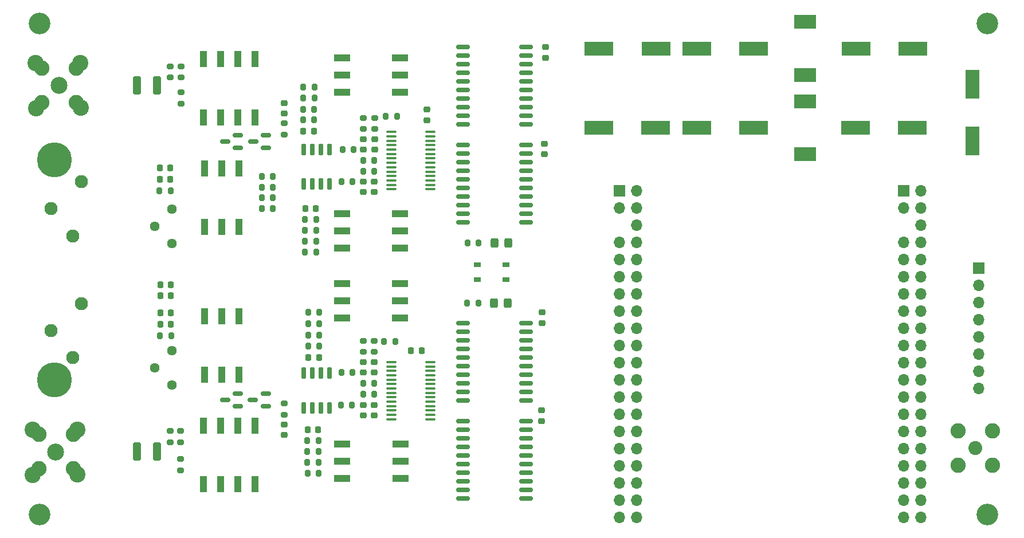
<source format=gts>
G04 #@! TF.GenerationSoftware,KiCad,Pcbnew,8.0.7*
G04 #@! TF.CreationDate,2025-03-14T10:19:42+01:00*
G04 #@! TF.ProjectId,MISRC_v2.5,4d495352-435f-4763-922e-352e6b696361,3.0*
G04 #@! TF.SameCoordinates,Original*
G04 #@! TF.FileFunction,Soldermask,Top*
G04 #@! TF.FilePolarity,Negative*
%FSLAX46Y46*%
G04 Gerber Fmt 4.6, Leading zero omitted, Abs format (unit mm)*
G04 Created by KiCad (PCBNEW 8.0.7) date 2025-03-14 10:19:42*
%MOMM*%
%LPD*%
G01*
G04 APERTURE LIST*
G04 Aperture macros list*
%AMRoundRect*
0 Rectangle with rounded corners*
0 $1 Rounding radius*
0 $2 $3 $4 $5 $6 $7 $8 $9 X,Y pos of 4 corners*
0 Add a 4 corners polygon primitive as box body*
4,1,4,$2,$3,$4,$5,$6,$7,$8,$9,$2,$3,0*
0 Add four circle primitives for the rounded corners*
1,1,$1+$1,$2,$3*
1,1,$1+$1,$4,$5*
1,1,$1+$1,$6,$7*
1,1,$1+$1,$8,$9*
0 Add four rect primitives between the rounded corners*
20,1,$1+$1,$2,$3,$4,$5,0*
20,1,$1+$1,$4,$5,$6,$7,0*
20,1,$1+$1,$6,$7,$8,$9,0*
20,1,$1+$1,$8,$9,$2,$3,0*%
G04 Aperture macros list end*
%ADD10R,4.300000X2.150000*%
%ADD11RoundRect,0.225000X-0.250000X0.225000X-0.250000X-0.225000X0.250000X-0.225000X0.250000X0.225000X0*%
%ADD12RoundRect,0.200000X-0.200000X-0.275000X0.200000X-0.275000X0.200000X0.275000X-0.200000X0.275000X0*%
%ADD13R,2.440000X1.120000*%
%ADD14C,2.050000*%
%ADD15C,2.250000*%
%ADD16C,3.200000*%
%ADD17RoundRect,0.200000X-0.275000X0.200000X-0.275000X-0.200000X0.275000X-0.200000X0.275000X0.200000X0*%
%ADD18RoundRect,0.150000X0.587500X0.150000X-0.587500X0.150000X-0.587500X-0.150000X0.587500X-0.150000X0*%
%ADD19RoundRect,0.250000X-0.325000X-0.450000X0.325000X-0.450000X0.325000X0.450000X-0.325000X0.450000X0*%
%ADD20RoundRect,0.250000X-0.325000X-1.100000X0.325000X-1.100000X0.325000X1.100000X-0.325000X1.100000X0*%
%ADD21RoundRect,0.200000X0.275000X-0.200000X0.275000X0.200000X-0.275000X0.200000X-0.275000X-0.200000X0*%
%ADD22RoundRect,0.200000X0.200000X0.275000X-0.200000X0.275000X-0.200000X-0.275000X0.200000X-0.275000X0*%
%ADD23RoundRect,0.100000X-0.637500X-0.100000X0.637500X-0.100000X0.637500X0.100000X-0.637500X0.100000X0*%
%ADD24RoundRect,0.225000X-0.225000X-0.250000X0.225000X-0.250000X0.225000X0.250000X-0.225000X0.250000X0*%
%ADD25RoundRect,0.150000X-0.875000X-0.150000X0.875000X-0.150000X0.875000X0.150000X-0.875000X0.150000X0*%
%ADD26C,1.440000*%
%ADD27R,2.150000X4.300000*%
%ADD28R,3.200000X2.000000*%
%ADD29RoundRect,0.225000X0.225000X0.250000X-0.225000X0.250000X-0.225000X-0.250000X0.225000X-0.250000X0*%
%ADD30R,1.120000X2.440000*%
%ADD31R,1.050000X0.650000*%
%ADD32RoundRect,0.225000X0.250000X-0.225000X0.250000X0.225000X-0.250000X0.225000X-0.250000X-0.225000X0*%
%ADD33C,1.950000*%
%ADD34C,5.175000*%
%ADD35C,2.500000*%
%ADD36C,2.400000*%
%ADD37R,1.700000X1.700000*%
%ADD38O,1.700000X1.700000*%
%ADD39RoundRect,0.150000X0.150000X-0.725000X0.150000X0.725000X-0.150000X0.725000X-0.150000X-0.725000X0*%
G04 APERTURE END LIST*
D10*
G04 #@! TO.C,C19*
X182550000Y-78600000D03*
X190950000Y-78600000D03*
G04 #@! TD*
D11*
G04 #@! TO.C,C119*
X111425000Y-119550000D03*
X111425000Y-121100000D03*
G04 #@! TD*
D12*
G04 #@! TO.C,R120*
X106475000Y-119575000D03*
X108125000Y-119575000D03*
G04 #@! TD*
D11*
G04 #@! TO.C,C108*
X109825000Y-113175000D03*
X109825000Y-114725000D03*
G04 #@! TD*
D12*
G04 #@! TO.C,R211*
X100900000Y-75825000D03*
X102550000Y-75825000D03*
G04 #@! TD*
D13*
G04 #@! TO.C,SW103*
X115250000Y-106700000D03*
X115250000Y-104160000D03*
X115250000Y-101620000D03*
X106640000Y-101620000D03*
X106640000Y-104160000D03*
X106640000Y-106700000D03*
G04 #@! TD*
D12*
G04 #@! TO.C,R213*
X100941000Y-72550000D03*
X102591000Y-72550000D03*
G04 #@! TD*
D14*
G04 #@! TO.C,J101/2*
X64395000Y-126425000D03*
D15*
X61855000Y-123885000D03*
X61855000Y-128965000D03*
X66935000Y-123885000D03*
X66935000Y-128965000D03*
G04 #@! TD*
D16*
G04 #@! TO.C,H3*
X202000000Y-135700000D03*
G04 #@! TD*
D17*
G04 #@! TO.C,R101*
X81250000Y-123375000D03*
X81250000Y-125025000D03*
G04 #@! TD*
D18*
G04 #@! TO.C,Q202*
X91250000Y-81575000D03*
X91250000Y-79675000D03*
X89375000Y-80625000D03*
G04 #@! TD*
D19*
G04 #@! TO.C,D2*
X129175000Y-95625000D03*
X131225000Y-95625000D03*
G04 #@! TD*
D12*
G04 #@! TO.C,R116*
X101575000Y-129600000D03*
X103225000Y-129600000D03*
G04 #@! TD*
D20*
G04 #@! TO.C,C101*
X76400000Y-126425000D03*
X79350000Y-126425000D03*
G04 #@! TD*
D17*
G04 #@! TO.C,R209*
X98125000Y-77925000D03*
X98125000Y-79575000D03*
G04 #@! TD*
D21*
G04 #@! TO.C,R203*
X82850000Y-74975000D03*
X82850000Y-73325000D03*
G04 #@! TD*
D22*
G04 #@! TO.C,R208*
X96450000Y-88925000D03*
X94800000Y-88925000D03*
G04 #@! TD*
G04 #@! TO.C,R206*
X96450000Y-87375000D03*
X94800000Y-87375000D03*
G04 #@! TD*
D23*
G04 #@! TO.C,U102*
X114000000Y-113200000D03*
X114000000Y-113850000D03*
X114000000Y-114500000D03*
X114000000Y-115150000D03*
X114000000Y-115800000D03*
X114000000Y-116450000D03*
X114000000Y-117100000D03*
X114000000Y-117750000D03*
X114000000Y-118400000D03*
X114000000Y-119050000D03*
X114000000Y-119700000D03*
X114000000Y-120350000D03*
X114000000Y-121000000D03*
X114000000Y-121650000D03*
X119725000Y-121650000D03*
X119725000Y-121000000D03*
X119725000Y-120350000D03*
X119725000Y-119700000D03*
X119725000Y-119050000D03*
X119725000Y-118400000D03*
X119725000Y-117750000D03*
X119725000Y-117100000D03*
X119725000Y-116450000D03*
X119725000Y-115800000D03*
X119725000Y-115150000D03*
X119725000Y-114500000D03*
X119725000Y-113850000D03*
X119725000Y-113200000D03*
G04 #@! TD*
D12*
G04 #@! TO.C,R210*
X94800000Y-90500000D03*
X96450000Y-90500000D03*
G04 #@! TD*
D24*
G04 #@! TO.C,C106*
X101700000Y-112525000D03*
X103250000Y-112525000D03*
G04 #@! TD*
D25*
G04 #@! TO.C,U5*
X124525000Y-66657000D03*
X124525000Y-67927000D03*
X124525000Y-69197000D03*
X124525000Y-70467000D03*
X124525000Y-71737000D03*
X124525000Y-73007000D03*
X124525000Y-74277000D03*
X124525000Y-75547000D03*
X124525000Y-76817000D03*
X124525000Y-78087000D03*
X133825000Y-78087000D03*
X133825000Y-76817000D03*
X133825000Y-75547000D03*
X133825000Y-74277000D03*
X133825000Y-73007000D03*
X133825000Y-71737000D03*
X133825000Y-70467000D03*
X133825000Y-69197000D03*
X133825000Y-67927000D03*
X133825000Y-66657000D03*
G04 #@! TD*
D24*
G04 #@! TO.C,C206*
X100950000Y-79050000D03*
X102500000Y-79050000D03*
G04 #@! TD*
D12*
G04 #@! TO.C,R215*
X101175000Y-92150000D03*
X102825000Y-92150000D03*
G04 #@! TD*
D25*
G04 #@! TO.C,U4*
X124525000Y-81135000D03*
X124525000Y-82405000D03*
X124525000Y-83675000D03*
X124525000Y-84945000D03*
X124525000Y-86215000D03*
X124525000Y-87485000D03*
X124525000Y-88755000D03*
X124525000Y-90025000D03*
X124525000Y-91295000D03*
X124525000Y-92565000D03*
X133825000Y-92565000D03*
X133825000Y-91295000D03*
X133825000Y-90025000D03*
X133825000Y-88755000D03*
X133825000Y-87485000D03*
X133825000Y-86215000D03*
X133825000Y-84945000D03*
X133825000Y-83675000D03*
X133825000Y-82405000D03*
X133825000Y-81135000D03*
G04 #@! TD*
D26*
G04 #@! TO.C,RV201*
X81540000Y-95715000D03*
X79000000Y-93175000D03*
X81540000Y-90635000D03*
G04 #@! TD*
D27*
G04 #@! TO.C,C17*
X199800000Y-72100000D03*
X199800000Y-80500000D03*
G04 #@! TD*
D12*
G04 #@! TO.C,R122*
X109775000Y-117900000D03*
X111425000Y-117900000D03*
G04 #@! TD*
D28*
G04 #@! TO.C,L1*
X175050000Y-74700000D03*
X175050000Y-82500000D03*
G04 #@! TD*
D13*
G04 #@! TO.C,SW104*
X115271166Y-130351166D03*
X115271166Y-127811166D03*
X115271166Y-125271166D03*
X106661166Y-125271166D03*
X106661166Y-127811166D03*
X106661166Y-130351166D03*
G04 #@! TD*
D10*
G04 #@! TO.C,C11*
X182600000Y-66850000D03*
X191000000Y-66850000D03*
G04 #@! TD*
D29*
G04 #@! TO.C,C31*
X118425000Y-111525000D03*
X116875000Y-111525000D03*
G04 #@! TD*
D18*
G04 #@! TO.C,Q102*
X91250000Y-119725000D03*
X91250000Y-117825000D03*
X89375000Y-118775000D03*
G04 #@! TD*
D22*
G04 #@! TO.C,R2*
X126800000Y-104475000D03*
X125150000Y-104475000D03*
G04 #@! TD*
D14*
G04 #@! TO.C,J201/2*
X64860000Y-72290000D03*
D15*
X62320000Y-69750000D03*
X62320000Y-74830000D03*
X67400000Y-69750000D03*
X67400000Y-74830000D03*
G04 #@! TD*
D11*
G04 #@! TO.C,C208*
X109850000Y-80275000D03*
X109850000Y-81825000D03*
G04 #@! TD*
D25*
G04 #@! TO.C,U2*
X124525000Y-121908000D03*
X124525000Y-123178000D03*
X124525000Y-124448000D03*
X124525000Y-125718000D03*
X124525000Y-126988000D03*
X124525000Y-128258000D03*
X124525000Y-129528000D03*
X124525000Y-130798000D03*
X124525000Y-132068000D03*
X124525000Y-133338000D03*
X133825000Y-133338000D03*
X133825000Y-132068000D03*
X133825000Y-130798000D03*
X133825000Y-129528000D03*
X133825000Y-128258000D03*
X133825000Y-126988000D03*
X133825000Y-125718000D03*
X133825000Y-124448000D03*
X133825000Y-123178000D03*
X133825000Y-121908000D03*
G04 #@! TD*
D12*
G04 #@! TO.C,R125*
X112900000Y-110125000D03*
X114550000Y-110125000D03*
G04 #@! TD*
G04 #@! TO.C,R216*
X101175000Y-96950000D03*
X102825000Y-96950000D03*
G04 #@! TD*
D30*
G04 #@! TO.C,SW201*
X86165000Y-77030000D03*
X88705000Y-77030000D03*
X91245000Y-77030000D03*
X93785000Y-77030000D03*
X93785000Y-68420000D03*
X91245000Y-68420000D03*
X88705000Y-68420000D03*
X86165000Y-68420000D03*
G04 #@! TD*
D16*
G04 #@! TO.C,H2*
X62000000Y-135700000D03*
G04 #@! TD*
D19*
G04 #@! TO.C,D1*
X129132000Y-104475000D03*
X131182000Y-104475000D03*
G04 #@! TD*
D28*
G04 #@! TO.C,L2*
X175050000Y-70750000D03*
X175050000Y-62950000D03*
G04 #@! TD*
D17*
G04 #@! TO.C,R102*
X82800000Y-123375000D03*
X82800000Y-125025000D03*
G04 #@! TD*
G04 #@! TO.C,R307*
X109850000Y-77100000D03*
X109850000Y-78750000D03*
G04 #@! TD*
D20*
G04 #@! TO.C,C201*
X76400000Y-72275000D03*
X79350000Y-72275000D03*
G04 #@! TD*
D17*
G04 #@! TO.C,R309*
X111475000Y-77100000D03*
X111475000Y-78750000D03*
G04 #@! TD*
D12*
G04 #@! TO.C,R115*
X101550000Y-124775000D03*
X103200000Y-124775000D03*
G04 #@! TD*
G04 #@! TO.C,R111*
X101650000Y-109200000D03*
X103300000Y-109200000D03*
G04 #@! TD*
D24*
G04 #@! TO.C,C29*
X79825000Y-101800000D03*
X81375000Y-101800000D03*
G04 #@! TD*
D12*
G04 #@! TO.C,R220*
X106575000Y-86550000D03*
X108225000Y-86550000D03*
G04 #@! TD*
D14*
G04 #@! TO.C,J4*
X200200000Y-125900000D03*
D15*
X197660000Y-123360000D03*
X197660000Y-128440000D03*
X202740000Y-123360000D03*
X202740000Y-128440000D03*
G04 #@! TD*
D11*
G04 #@! TO.C,C109*
X109825000Y-119550000D03*
X109825000Y-121100000D03*
G04 #@! TD*
G04 #@! TO.C,C209*
X109850000Y-86525000D03*
X109850000Y-88075000D03*
G04 #@! TD*
D12*
G04 #@! TO.C,R212*
X100925000Y-74175000D03*
X102575000Y-74175000D03*
G04 #@! TD*
G04 #@! TO.C,R113*
X101650000Y-105850000D03*
X103300000Y-105850000D03*
G04 #@! TD*
D22*
G04 #@! TO.C,R207*
X96450000Y-85800000D03*
X94800000Y-85800000D03*
G04 #@! TD*
D12*
G04 #@! TO.C,R222*
X109800000Y-84975000D03*
X111450000Y-84975000D03*
G04 #@! TD*
D10*
G04 #@! TO.C,C10*
X153000000Y-78600000D03*
X144600000Y-78600000D03*
G04 #@! TD*
D25*
G04 #@! TO.C,U3*
X124525000Y-107430000D03*
X124525000Y-108700000D03*
X124525000Y-109970000D03*
X124525000Y-111240000D03*
X124525000Y-112510000D03*
X124525000Y-113780000D03*
X124525000Y-115050000D03*
X124525000Y-116320000D03*
X124525000Y-117590000D03*
X124525000Y-118860000D03*
X133825000Y-118860000D03*
X133825000Y-117590000D03*
X133825000Y-116320000D03*
X133825000Y-115050000D03*
X133825000Y-113780000D03*
X133825000Y-112510000D03*
X133825000Y-111240000D03*
X133825000Y-109970000D03*
X133825000Y-108700000D03*
X133825000Y-107430000D03*
G04 #@! TD*
D12*
G04 #@! TO.C,R225*
X113150000Y-76900000D03*
X114800000Y-76900000D03*
G04 #@! TD*
D13*
G04 #@! TO.C,SW203*
X115250000Y-73330000D03*
X115250000Y-70790000D03*
X115250000Y-68250000D03*
X106640000Y-68250000D03*
X106640000Y-70790000D03*
X106640000Y-73330000D03*
G04 #@! TD*
D29*
G04 #@! TO.C,C128*
X81360000Y-105950000D03*
X79810000Y-105950000D03*
G04 #@! TD*
D24*
G04 #@! TO.C,C107*
X101604000Y-123150000D03*
X103154000Y-123150000D03*
G04 #@! TD*
D17*
G04 #@! TO.C,R308*
X111400000Y-110050000D03*
X111400000Y-111700000D03*
G04 #@! TD*
G04 #@! TO.C,R306*
X109825000Y-110050000D03*
X109825000Y-111700000D03*
G04 #@! TD*
D12*
G04 #@! TO.C,R218*
X101175000Y-93750000D03*
X102825000Y-93750000D03*
G04 #@! TD*
G04 #@! TO.C,R119*
X106575000Y-114700000D03*
X108225000Y-114700000D03*
G04 #@! TD*
D10*
G04 #@! TO.C,C6*
X167450000Y-78600000D03*
X159050000Y-78600000D03*
G04 #@! TD*
G04 #@! TO.C,C18*
X167450000Y-66850000D03*
X159050000Y-66850000D03*
G04 #@! TD*
D12*
G04 #@! TO.C,R219*
X106725000Y-81800000D03*
X108375000Y-81800000D03*
G04 #@! TD*
D31*
G04 #@! TO.C,SW1*
X126700000Y-98825000D03*
X130850000Y-98825000D03*
X126700000Y-100975000D03*
X130850000Y-100975000D03*
G04 #@! TD*
D16*
G04 #@! TO.C,H1*
X62000000Y-63200000D03*
G04 #@! TD*
D32*
G04 #@! TO.C,C2*
X119225000Y-77450000D03*
X119225000Y-75900000D03*
G04 #@! TD*
D18*
G04 #@! TO.C,Q101*
X95375000Y-119725000D03*
X95375000Y-117825000D03*
X93500000Y-118775000D03*
G04 #@! TD*
D32*
G04 #@! TO.C,C105*
X98125000Y-123975000D03*
X98125000Y-122425000D03*
G04 #@! TD*
D29*
G04 #@! TO.C,C228*
X81275000Y-86175000D03*
X79725000Y-86175000D03*
G04 #@! TD*
D17*
G04 #@! TO.C,R201*
X81250000Y-69500000D03*
X81250000Y-71150000D03*
G04 #@! TD*
D12*
G04 #@! TO.C,R217*
X101175000Y-95350000D03*
X102825000Y-95350000D03*
G04 #@! TD*
D11*
G04 #@! TO.C,C118*
X111400000Y-113175000D03*
X111400000Y-114725000D03*
G04 #@! TD*
D32*
G04 #@! TO.C,C4*
X136150000Y-121900000D03*
X136150000Y-120350000D03*
G04 #@! TD*
D33*
G04 #@! TO.C,J202*
X63650000Y-90550000D03*
X68150000Y-86550000D03*
X66900000Y-94550000D03*
X63650000Y-108550000D03*
X68150000Y-104550000D03*
X66900000Y-112550000D03*
D34*
X64150000Y-83300000D03*
X64150000Y-115800000D03*
G04 #@! TD*
D12*
G04 #@! TO.C,R118*
X101550000Y-126375000D03*
X103200000Y-126375000D03*
G04 #@! TD*
G04 #@! TO.C,R221*
X109800000Y-83375000D03*
X111450000Y-83375000D03*
G04 #@! TD*
D10*
G04 #@! TO.C,C16*
X153050000Y-66850000D03*
X144650000Y-66850000D03*
G04 #@! TD*
D22*
G04 #@! TO.C,R228*
X81325000Y-87850000D03*
X79675000Y-87850000D03*
G04 #@! TD*
D35*
G04 #@! TO.C,J101*
X64375000Y-126475000D03*
D36*
X60935000Y-123195000D03*
X67535000Y-123185000D03*
X60975000Y-129875000D03*
X67585000Y-129765000D03*
G04 #@! TD*
D30*
G04 #@! TO.C,SW101*
X86215000Y-131205000D03*
X88755000Y-131205000D03*
X91295000Y-131205000D03*
X93835000Y-131205000D03*
X93835000Y-122595000D03*
X91295000Y-122595000D03*
X88755000Y-122595000D03*
X86215000Y-122595000D03*
G04 #@! TD*
D21*
G04 #@! TO.C,R109*
X98125000Y-120950000D03*
X98125000Y-119300000D03*
G04 #@! TD*
D37*
G04 #@! TO.C,J3*
X200775000Y-99320000D03*
D38*
X200775000Y-101860000D03*
X200775000Y-104400000D03*
X200775000Y-106940000D03*
X200775000Y-109480000D03*
X200775000Y-112020000D03*
X200775000Y-114560000D03*
X200775000Y-117100000D03*
G04 #@! TD*
D29*
G04 #@! TO.C,C227*
X81275000Y-84500000D03*
X79725000Y-84500000D03*
G04 #@! TD*
D30*
G04 #@! TO.C,SW202*
X86347000Y-93218000D03*
X88887000Y-93218000D03*
X91427000Y-93218000D03*
X91427000Y-84608000D03*
X88887000Y-84608000D03*
X86347000Y-84608000D03*
G04 #@! TD*
D37*
G04 #@! TO.C,J1*
X189653000Y-87875000D03*
D38*
X192193000Y-87875000D03*
X189653000Y-90415000D03*
X192193000Y-90415000D03*
X192193000Y-92955000D03*
X189653000Y-95495000D03*
X192193000Y-95495000D03*
X189653000Y-98035000D03*
X192193000Y-98035000D03*
X189653000Y-100575000D03*
X192193000Y-100575000D03*
X189653000Y-103115000D03*
X192193000Y-103115000D03*
X189653000Y-105655000D03*
X192193000Y-105655000D03*
X189653000Y-108195000D03*
X192193000Y-108195000D03*
X189653000Y-110735000D03*
X192193000Y-110735000D03*
X189653000Y-113275000D03*
X192193000Y-113275000D03*
X189653000Y-115815000D03*
X192193000Y-115815000D03*
X189653000Y-118355000D03*
X192193000Y-118355000D03*
X189653000Y-120895000D03*
X192193000Y-120895000D03*
X189653000Y-123435000D03*
X192193000Y-123435000D03*
X189653000Y-125975000D03*
X192193000Y-125975000D03*
X189653000Y-128515000D03*
X192193000Y-128515000D03*
X189653000Y-131055000D03*
X192193000Y-131055000D03*
X189653000Y-133595000D03*
X192193000Y-133595000D03*
X189653000Y-136135000D03*
X192193000Y-136135000D03*
G04 #@! TD*
D12*
G04 #@! TO.C,R112*
X101650000Y-107525000D03*
X103300000Y-107525000D03*
G04 #@! TD*
D21*
G04 #@! TO.C,R103*
X82800000Y-129200000D03*
X82800000Y-127550000D03*
G04 #@! TD*
D39*
G04 #@! TO.C,U201*
X100965000Y-86903000D03*
X102235000Y-86903000D03*
X103505000Y-86903000D03*
X104775000Y-86903000D03*
X104775000Y-81753000D03*
X103505000Y-81753000D03*
X102235000Y-81753000D03*
X100965000Y-81753000D03*
G04 #@! TD*
D18*
G04 #@! TO.C,Q201*
X95425000Y-81575000D03*
X95425000Y-79675000D03*
X93550000Y-80625000D03*
G04 #@! TD*
D11*
G04 #@! TO.C,C5*
X136575000Y-80950000D03*
X136575000Y-82500000D03*
G04 #@! TD*
G04 #@! TO.C,C219*
X111450000Y-86500000D03*
X111450000Y-88050000D03*
G04 #@! TD*
D16*
G04 #@! TO.C,H4*
X202000000Y-63200000D03*
G04 #@! TD*
D23*
G04 #@! TO.C,U202*
X114000000Y-79200000D03*
X114000000Y-79850000D03*
X114000000Y-80500000D03*
X114000000Y-81150000D03*
X114000000Y-81800000D03*
X114000000Y-82450000D03*
X114000000Y-83100000D03*
X114000000Y-83750000D03*
X114000000Y-84400000D03*
X114000000Y-85050000D03*
X114000000Y-85700000D03*
X114000000Y-86350000D03*
X114000000Y-87000000D03*
X114000000Y-87650000D03*
X119725000Y-87650000D03*
X119725000Y-87000000D03*
X119725000Y-86350000D03*
X119725000Y-85700000D03*
X119725000Y-85050000D03*
X119725000Y-84400000D03*
X119725000Y-83750000D03*
X119725000Y-83100000D03*
X119725000Y-82450000D03*
X119725000Y-81800000D03*
X119725000Y-81150000D03*
X119725000Y-80500000D03*
X119725000Y-79850000D03*
X119725000Y-79200000D03*
G04 #@! TD*
D17*
G04 #@! TO.C,R202*
X82850000Y-69500000D03*
X82850000Y-71150000D03*
G04 #@! TD*
D12*
G04 #@! TO.C,R121*
X109775000Y-116325000D03*
X111425000Y-116325000D03*
G04 #@! TD*
G04 #@! TO.C,R214*
X100900000Y-77425000D03*
X102550000Y-77425000D03*
G04 #@! TD*
D32*
G04 #@! TO.C,C3*
X136225000Y-107425000D03*
X136225000Y-105875000D03*
G04 #@! TD*
D39*
G04 #@! TO.C,U101*
X100970000Y-119950000D03*
X102240000Y-119950000D03*
X103510000Y-119950000D03*
X104780000Y-119950000D03*
X104780000Y-114800000D03*
X103510000Y-114800000D03*
X102240000Y-114800000D03*
X100970000Y-114800000D03*
G04 #@! TD*
D13*
G04 #@! TO.C,SW204*
X115250000Y-96330000D03*
X115250000Y-93790000D03*
X115250000Y-91250000D03*
X106640000Y-91250000D03*
X106640000Y-93790000D03*
X106640000Y-96330000D03*
G04 #@! TD*
D26*
G04 #@! TO.C,RV101*
X81540000Y-116600000D03*
X79000000Y-114060000D03*
X81540000Y-111520000D03*
G04 #@! TD*
D30*
G04 #@! TO.C,SW102*
X86347000Y-115050000D03*
X88887000Y-115050000D03*
X91427000Y-115050000D03*
X91427000Y-106440000D03*
X88887000Y-106440000D03*
X86347000Y-106440000D03*
G04 #@! TD*
D22*
G04 #@! TO.C,R3*
X126843000Y-95625000D03*
X125193000Y-95625000D03*
G04 #@! TD*
G04 #@! TO.C,R127*
X81410000Y-109300000D03*
X79760000Y-109300000D03*
G04 #@! TD*
D37*
G04 #@! TO.C,J2*
X147650000Y-87875000D03*
D38*
X150190000Y-87875000D03*
X147650000Y-90415000D03*
X150190000Y-90415000D03*
X150190000Y-92955000D03*
X147650000Y-95495000D03*
X150190000Y-95495000D03*
X147650000Y-98035000D03*
X150190000Y-98035000D03*
X147650000Y-100575000D03*
X150190000Y-100575000D03*
X147650000Y-103115000D03*
X150190000Y-103115000D03*
X147650000Y-105655000D03*
X150190000Y-105655000D03*
X147650000Y-108195000D03*
X150190000Y-108195000D03*
X147650000Y-110735000D03*
X150190000Y-110735000D03*
X147650000Y-113275000D03*
X150190000Y-113275000D03*
X147650000Y-115815000D03*
X150190000Y-115815000D03*
X147650000Y-118355000D03*
X150190000Y-118355000D03*
X147650000Y-120895000D03*
X150190000Y-120895000D03*
X147650000Y-123435000D03*
X150190000Y-123435000D03*
X147650000Y-125975000D03*
X150190000Y-125975000D03*
X147650000Y-128515000D03*
X150190000Y-128515000D03*
X147650000Y-131055000D03*
X150190000Y-131055000D03*
X147650000Y-133595000D03*
X150190000Y-133595000D03*
X147650000Y-136135000D03*
X150190000Y-136135000D03*
G04 #@! TD*
D35*
G04 #@! TO.C,J201*
X64840000Y-72310000D03*
D36*
X61400000Y-69030000D03*
X68000000Y-69020000D03*
X61440000Y-75710000D03*
X68050000Y-75600000D03*
G04 #@! TD*
D12*
G04 #@! TO.C,R117*
X101550000Y-127975000D03*
X103200000Y-127975000D03*
G04 #@! TD*
D29*
G04 #@! TO.C,C127*
X81360000Y-107625000D03*
X79810000Y-107625000D03*
G04 #@! TD*
D11*
G04 #@! TO.C,C1*
X136750000Y-66675000D03*
X136750000Y-68225000D03*
G04 #@! TD*
D24*
G04 #@! TO.C,C207*
X101225000Y-90500000D03*
X102775000Y-90500000D03*
G04 #@! TD*
D29*
G04 #@! TO.C,C30*
X81360000Y-103375000D03*
X79810000Y-103375000D03*
G04 #@! TD*
D11*
G04 #@! TO.C,C205*
X98125000Y-74925000D03*
X98125000Y-76475000D03*
G04 #@! TD*
G04 #@! TO.C,C218*
X111475000Y-80275000D03*
X111475000Y-81825000D03*
G04 #@! TD*
D12*
G04 #@! TO.C,R114*
X101650000Y-110850000D03*
X103300000Y-110850000D03*
G04 #@! TD*
M02*

</source>
